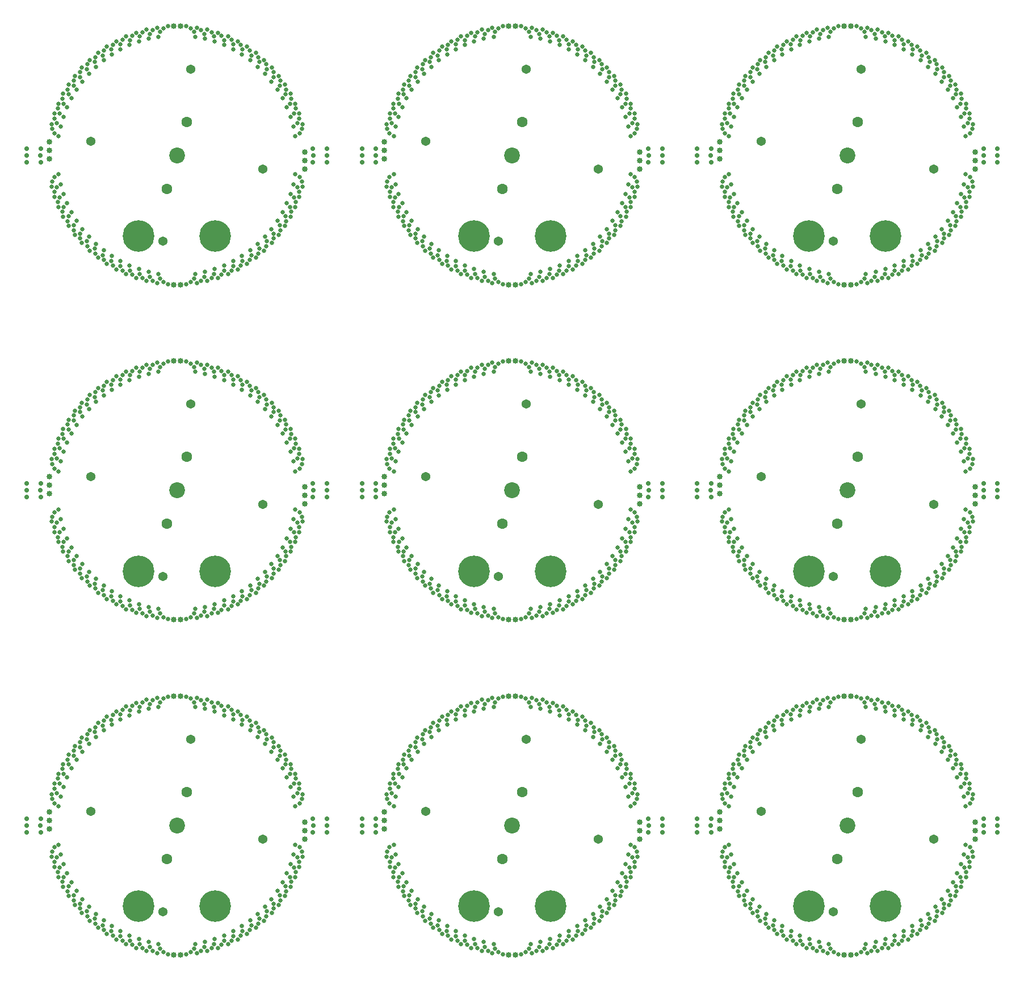
<source format=gbs>
G75*
%MOIN*%
%OFA0B0*%
%FSLAX24Y24*%
%IPPOS*%
%LPD*%
%AMOC8*
5,1,8,0,0,1.08239X$1,22.5*
%
%ADD10C,0.0540*%
%ADD11C,0.1860*%
%ADD12C,0.0276*%
%ADD13C,0.0250*%
%ADD14C,0.0930*%
%ADD15C,0.0631*%
%ADD16C,0.0335*%
D10*
X009340Y005092D03*
X015208Y009340D03*
X010960Y015208D03*
X005092Y010960D03*
X009340Y024777D03*
X015208Y029025D03*
X010960Y034893D03*
X005092Y030645D03*
X009340Y044462D03*
X015208Y048710D03*
X010960Y054578D03*
X005092Y050330D03*
X024777Y050330D03*
X029025Y044462D03*
X034893Y048710D03*
X030645Y054578D03*
X044462Y050330D03*
X048710Y044462D03*
X054578Y048710D03*
X050330Y054578D03*
X050330Y034893D03*
X044462Y030645D03*
X048710Y024777D03*
X054578Y029025D03*
X050330Y015208D03*
X044462Y010960D03*
X048710Y005092D03*
X054578Y009340D03*
X034893Y009340D03*
X030645Y015208D03*
X024777Y010960D03*
X029025Y005092D03*
X029025Y024777D03*
X034893Y029025D03*
X030645Y034893D03*
X024777Y030645D03*
D11*
X027585Y025085D03*
X032085Y025085D03*
X047270Y025085D03*
X051770Y025085D03*
X051770Y005400D03*
X047270Y005400D03*
X032085Y005400D03*
X027585Y005400D03*
X012400Y005400D03*
X007900Y005400D03*
X007900Y025085D03*
X012400Y025085D03*
X012400Y044770D03*
X007900Y044770D03*
X027585Y044770D03*
X032085Y044770D03*
X047270Y044770D03*
X051770Y044770D03*
D12*
X057512Y049126D03*
X057532Y049520D03*
X057512Y049914D03*
X058339Y049914D03*
X058339Y049520D03*
X058339Y049126D03*
X041528Y049126D03*
X041508Y049520D03*
X041528Y049914D03*
X040701Y049914D03*
X040701Y049520D03*
X040701Y049126D03*
X038654Y049126D03*
X038654Y049520D03*
X038654Y049914D03*
X037827Y049914D03*
X037847Y049520D03*
X037827Y049126D03*
X021843Y049126D03*
X021823Y049520D03*
X021843Y049914D03*
X021016Y049914D03*
X021016Y049520D03*
X021016Y049126D03*
X018969Y049126D03*
X018969Y049520D03*
X018969Y049914D03*
X018142Y049914D03*
X018162Y049520D03*
X018142Y049126D03*
X002158Y049126D03*
X002138Y049520D03*
X002158Y049914D03*
X001331Y049914D03*
X001331Y049520D03*
X001331Y049126D03*
X001331Y030229D03*
X001331Y029835D03*
X001331Y029441D03*
X002158Y029441D03*
X002138Y029835D03*
X002158Y030229D03*
X018142Y030229D03*
X018162Y029835D03*
X018142Y029441D03*
X018969Y029441D03*
X018969Y029835D03*
X018969Y030229D03*
X021016Y030229D03*
X021016Y029835D03*
X021016Y029441D03*
X021843Y029441D03*
X021823Y029835D03*
X021843Y030229D03*
X037827Y030229D03*
X037847Y029835D03*
X037827Y029441D03*
X038654Y029441D03*
X038654Y029835D03*
X038654Y030229D03*
X040701Y030229D03*
X040701Y029835D03*
X040701Y029441D03*
X041528Y029441D03*
X041508Y029835D03*
X041528Y030229D03*
X057512Y030229D03*
X057532Y029835D03*
X057512Y029441D03*
X058339Y029441D03*
X058339Y029835D03*
X058339Y030229D03*
X058339Y010544D03*
X058339Y010150D03*
X058339Y009756D03*
X057512Y009756D03*
X057532Y010150D03*
X057512Y010544D03*
X041528Y010544D03*
X041508Y010150D03*
X041528Y009756D03*
X040701Y009756D03*
X040701Y010150D03*
X040701Y010544D03*
X038654Y010544D03*
X038654Y010150D03*
X038654Y009756D03*
X037827Y009756D03*
X037847Y010150D03*
X037827Y010544D03*
X021843Y010544D03*
X021823Y010150D03*
X021843Y009756D03*
X021016Y009756D03*
X021016Y010150D03*
X021016Y010544D03*
X018969Y010544D03*
X018969Y010150D03*
X018969Y009756D03*
X018142Y009756D03*
X018162Y010150D03*
X018142Y010544D03*
X002158Y010544D03*
X002138Y010150D03*
X002158Y009756D03*
X001331Y009756D03*
X001331Y010150D03*
X001331Y010544D03*
D13*
X004575Y004994D03*
X004467Y005262D03*
X004467Y005555D03*
X004598Y005815D03*
X004078Y005755D03*
X004163Y005478D03*
X004102Y006046D03*
X004254Y006295D03*
X003731Y006279D03*
X003793Y005996D03*
X003780Y006567D03*
X003953Y006802D03*
X003430Y006829D03*
X003468Y006542D03*
X003503Y007112D03*
X003694Y007332D03*
X003175Y007403D03*
X003190Y007114D03*
X003272Y007679D03*
X003481Y007882D03*
X002970Y007996D03*
X002960Y007707D03*
X003089Y008263D03*
X003315Y008448D03*
X002815Y008605D03*
X002781Y008317D03*
X002956Y008861D03*
X003196Y009026D03*
X003196Y011274D03*
X002956Y011439D03*
X002815Y011695D03*
X002781Y011983D03*
X003089Y012037D03*
X003315Y011852D03*
X002970Y012304D03*
X002960Y012593D03*
X003272Y012621D03*
X003481Y012418D03*
X003175Y012897D03*
X003190Y013186D03*
X003503Y013188D03*
X003694Y012968D03*
X003430Y013471D03*
X003468Y013758D03*
X003780Y013733D03*
X003953Y013498D03*
X003731Y014021D03*
X003793Y014304D03*
X004102Y014254D03*
X004254Y014005D03*
X004078Y014545D03*
X004163Y014822D03*
X004467Y014745D03*
X004598Y014485D03*
X004467Y015038D03*
X004575Y015306D03*
X004871Y015205D03*
X004980Y014934D03*
X004896Y015496D03*
X005026Y015755D03*
X005313Y015629D03*
X005398Y015350D03*
X005361Y015917D03*
X005513Y016164D03*
X005788Y016014D03*
X005850Y015730D03*
X005861Y016298D03*
X006033Y016531D03*
X006294Y016359D03*
X006332Y016070D03*
X006390Y016635D03*
X006581Y016853D03*
X006827Y016660D03*
X006841Y016369D03*
X006946Y016927D03*
X007154Y017128D03*
X007384Y016915D03*
X007373Y016624D03*
X007524Y017171D03*
X007749Y017354D03*
X007960Y017123D03*
X008121Y017366D03*
X008360Y017530D03*
X008551Y017281D03*
X008491Y016996D03*
X008732Y017511D03*
X008984Y017654D03*
X009153Y017390D03*
X009070Y017111D03*
X009353Y017603D03*
X009616Y017725D03*
X010684Y017725D03*
X010947Y017603D03*
X011147Y017390D03*
X011230Y017111D03*
X011568Y017511D03*
X011316Y017654D03*
X011749Y017281D03*
X011809Y016996D03*
X012179Y017366D03*
X011940Y017530D03*
X012340Y017123D03*
X012376Y016833D03*
X012776Y017171D03*
X012551Y017354D03*
X012916Y016915D03*
X012927Y016624D03*
X013354Y016927D03*
X013146Y017128D03*
X013473Y016660D03*
X013459Y016369D03*
X013910Y016635D03*
X013719Y016853D03*
X014006Y016359D03*
X013968Y016070D03*
X014439Y016298D03*
X014267Y016531D03*
X014512Y016014D03*
X014450Y015730D03*
X014939Y015917D03*
X014787Y016164D03*
X014987Y015629D03*
X014902Y015350D03*
X015404Y015496D03*
X015274Y015755D03*
X015429Y015205D03*
X015320Y014934D03*
X015833Y015038D03*
X015725Y015306D03*
X015833Y014745D03*
X015702Y014485D03*
X016222Y014545D03*
X016137Y014822D03*
X016198Y014254D03*
X016045Y014005D03*
X016569Y014021D03*
X016507Y014304D03*
X016520Y013733D03*
X016347Y013498D03*
X016870Y013471D03*
X016832Y013758D03*
X016797Y013188D03*
X016606Y012968D03*
X017125Y012897D03*
X017110Y013186D03*
X017028Y012621D03*
X016819Y012418D03*
X017330Y012304D03*
X017340Y012593D03*
X017211Y012037D03*
X016985Y011852D03*
X017485Y011695D03*
X017519Y011983D03*
X017344Y011439D03*
X017104Y011274D03*
X017104Y009026D03*
X017344Y008861D03*
X017485Y008605D03*
X017519Y008317D03*
X017211Y008263D03*
X016985Y008448D03*
X017330Y007996D03*
X017340Y007707D03*
X017028Y007679D03*
X016819Y007882D03*
X017125Y007403D03*
X017110Y007114D03*
X016797Y007112D03*
X016606Y007332D03*
X016870Y006829D03*
X016832Y006542D03*
X016520Y006567D03*
X016347Y006802D03*
X016569Y006279D03*
X016507Y005996D03*
X016198Y006046D03*
X016045Y006295D03*
X016222Y005755D03*
X016137Y005478D03*
X015833Y005555D03*
X015702Y005815D03*
X015833Y005262D03*
X015725Y004994D03*
X015429Y005095D03*
X015320Y005366D03*
X015404Y004804D03*
X015274Y004545D03*
X014987Y004671D03*
X014902Y004950D03*
X014939Y004383D03*
X014787Y004136D03*
X014512Y004286D03*
X014450Y004570D03*
X014439Y004002D03*
X014267Y003769D03*
X014006Y003941D03*
X013968Y004230D03*
X013910Y003665D03*
X013719Y003447D03*
X013473Y003640D03*
X013459Y003931D03*
X013354Y003373D03*
X013146Y003172D03*
X012916Y003385D03*
X012927Y003676D03*
X012776Y003129D03*
X012551Y002946D03*
X012340Y003177D03*
X012179Y002934D03*
X011940Y002770D03*
X011749Y003019D03*
X011809Y003304D03*
X011568Y002789D03*
X011316Y002646D03*
X011147Y002910D03*
X011230Y003189D03*
X010947Y002697D03*
X010684Y002575D03*
X009616Y002575D03*
X009353Y002697D03*
X009153Y002910D03*
X009070Y003189D03*
X008732Y002789D03*
X008984Y002646D03*
X008551Y003019D03*
X008491Y003304D03*
X008121Y002934D03*
X008360Y002770D03*
X007960Y003177D03*
X007924Y003467D03*
X007524Y003129D03*
X007749Y002946D03*
X007384Y003385D03*
X007373Y003676D03*
X006946Y003373D03*
X007154Y003172D03*
X006827Y003640D03*
X006841Y003931D03*
X006390Y003665D03*
X006581Y003447D03*
X006294Y003941D03*
X006332Y004230D03*
X005861Y004002D03*
X006033Y003769D03*
X005788Y004286D03*
X005850Y004570D03*
X005361Y004383D03*
X005513Y004136D03*
X005313Y004671D03*
X005398Y004950D03*
X004896Y004804D03*
X005026Y004545D03*
X004871Y005095D03*
X004980Y005366D03*
X012376Y003467D03*
X022645Y007707D03*
X022655Y007996D03*
X022774Y008263D03*
X023000Y008448D03*
X022500Y008605D03*
X022466Y008317D03*
X022641Y008861D03*
X022881Y009026D03*
X023166Y007882D03*
X022957Y007679D03*
X022860Y007403D03*
X022875Y007114D03*
X023188Y007112D03*
X023379Y007332D03*
X023115Y006829D03*
X023153Y006542D03*
X023465Y006567D03*
X023638Y006802D03*
X023416Y006279D03*
X023478Y005996D03*
X023787Y006046D03*
X023940Y006295D03*
X023763Y005755D03*
X023848Y005478D03*
X024152Y005555D03*
X024283Y005815D03*
X024152Y005262D03*
X024260Y004994D03*
X024556Y005095D03*
X024665Y005366D03*
X024581Y004804D03*
X024711Y004545D03*
X024998Y004671D03*
X025084Y004950D03*
X025046Y004383D03*
X025198Y004136D03*
X025473Y004286D03*
X025535Y004570D03*
X025546Y004002D03*
X025718Y003769D03*
X025979Y003941D03*
X026017Y004230D03*
X026075Y003665D03*
X026266Y003447D03*
X026512Y003640D03*
X026526Y003931D03*
X026631Y003373D03*
X026839Y003172D03*
X027069Y003385D03*
X027058Y003676D03*
X027209Y003129D03*
X027434Y002946D03*
X027645Y003177D03*
X027806Y002934D03*
X028045Y002770D03*
X028236Y003019D03*
X028177Y003304D03*
X028417Y002789D03*
X028669Y002646D03*
X028838Y002910D03*
X028755Y003189D03*
X029038Y002697D03*
X029301Y002575D03*
X030369Y002575D03*
X030632Y002697D03*
X030832Y002910D03*
X030915Y003189D03*
X031253Y002789D03*
X031001Y002646D03*
X031434Y003019D03*
X031494Y003304D03*
X031864Y002934D03*
X031625Y002770D03*
X032025Y003177D03*
X032061Y003467D03*
X032461Y003129D03*
X032236Y002946D03*
X032601Y003385D03*
X032612Y003676D03*
X033039Y003373D03*
X032831Y003172D03*
X033158Y003640D03*
X033144Y003931D03*
X033595Y003665D03*
X033404Y003447D03*
X033691Y003941D03*
X033653Y004230D03*
X034124Y004002D03*
X033952Y003769D03*
X034197Y004286D03*
X034135Y004570D03*
X034624Y004383D03*
X034472Y004136D03*
X034672Y004671D03*
X034587Y004950D03*
X035089Y004804D03*
X034959Y004545D03*
X035114Y005095D03*
X035005Y005366D03*
X035518Y005262D03*
X035410Y004994D03*
X035518Y005555D03*
X035387Y005815D03*
X035907Y005755D03*
X035822Y005478D03*
X035883Y006046D03*
X035731Y006295D03*
X036254Y006279D03*
X036192Y005996D03*
X036205Y006567D03*
X036032Y006802D03*
X036555Y006829D03*
X036517Y006542D03*
X036482Y007112D03*
X036291Y007332D03*
X036810Y007403D03*
X036795Y007114D03*
X036713Y007679D03*
X036504Y007882D03*
X037015Y007996D03*
X037025Y007707D03*
X036896Y008263D03*
X036670Y008448D03*
X037170Y008605D03*
X037204Y008317D03*
X037029Y008861D03*
X036789Y009026D03*
X036789Y011274D03*
X037029Y011439D03*
X037170Y011695D03*
X037204Y011983D03*
X036896Y012037D03*
X036670Y011852D03*
X037015Y012304D03*
X037025Y012593D03*
X036713Y012621D03*
X036504Y012418D03*
X036810Y012897D03*
X036795Y013186D03*
X036482Y013188D03*
X036291Y012968D03*
X036555Y013471D03*
X036517Y013758D03*
X036205Y013733D03*
X036032Y013498D03*
X036254Y014021D03*
X036192Y014304D03*
X035883Y014254D03*
X035731Y014005D03*
X035907Y014545D03*
X035822Y014822D03*
X035518Y014745D03*
X035387Y014485D03*
X035518Y015038D03*
X035410Y015306D03*
X035114Y015205D03*
X035005Y014934D03*
X035089Y015496D03*
X034959Y015755D03*
X034672Y015629D03*
X034587Y015350D03*
X034624Y015917D03*
X034472Y016164D03*
X034197Y016014D03*
X034135Y015730D03*
X034124Y016298D03*
X033952Y016531D03*
X033691Y016359D03*
X033653Y016070D03*
X033595Y016635D03*
X033404Y016853D03*
X033158Y016660D03*
X033144Y016369D03*
X033039Y016927D03*
X032831Y017128D03*
X032601Y016915D03*
X032612Y016624D03*
X032461Y017171D03*
X032236Y017354D03*
X032025Y017123D03*
X031864Y017366D03*
X031625Y017530D03*
X031434Y017281D03*
X031494Y016996D03*
X031253Y017511D03*
X031001Y017654D03*
X030832Y017390D03*
X030915Y017111D03*
X030632Y017603D03*
X030369Y017725D03*
X029301Y017725D03*
X029038Y017603D03*
X028838Y017390D03*
X028755Y017111D03*
X028417Y017511D03*
X028669Y017654D03*
X028236Y017281D03*
X028177Y016996D03*
X027806Y017366D03*
X028045Y017530D03*
X027645Y017123D03*
X027609Y016833D03*
X027209Y017171D03*
X027434Y017354D03*
X027069Y016915D03*
X027058Y016624D03*
X026631Y016927D03*
X026839Y017128D03*
X026512Y016660D03*
X026526Y016369D03*
X026075Y016635D03*
X026266Y016853D03*
X025979Y016359D03*
X026017Y016070D03*
X025546Y016298D03*
X025718Y016531D03*
X025473Y016014D03*
X025535Y015730D03*
X025046Y015917D03*
X025198Y016164D03*
X024998Y015629D03*
X025084Y015350D03*
X024581Y015496D03*
X024711Y015755D03*
X024556Y015205D03*
X024665Y014934D03*
X024152Y015038D03*
X024260Y015306D03*
X024152Y014745D03*
X024283Y014485D03*
X023763Y014545D03*
X023848Y014822D03*
X023787Y014254D03*
X023940Y014005D03*
X023416Y014021D03*
X023478Y014304D03*
X023465Y013733D03*
X023638Y013498D03*
X023115Y013471D03*
X023153Y013758D03*
X023188Y013188D03*
X023379Y012968D03*
X022860Y012897D03*
X022875Y013186D03*
X022957Y012621D03*
X023166Y012418D03*
X022655Y012304D03*
X022645Y012593D03*
X022774Y012037D03*
X023000Y011852D03*
X022500Y011695D03*
X022466Y011983D03*
X022641Y011439D03*
X022881Y011274D03*
X027609Y003467D03*
X032061Y016833D03*
X031001Y022331D03*
X031253Y022474D03*
X031434Y022704D03*
X031494Y022989D03*
X031864Y022619D03*
X031625Y022455D03*
X032025Y022862D03*
X032061Y023152D03*
X032461Y022814D03*
X032236Y022631D03*
X032601Y023070D03*
X032612Y023361D03*
X033039Y023058D03*
X032831Y022857D03*
X033158Y023325D03*
X033144Y023616D03*
X033595Y023350D03*
X033404Y023132D03*
X033691Y023626D03*
X033653Y023915D03*
X034124Y023687D03*
X033952Y023455D03*
X034197Y023971D03*
X034135Y024255D03*
X034624Y024068D03*
X034472Y023821D03*
X034672Y024356D03*
X034587Y024635D03*
X035089Y024489D03*
X034959Y024231D03*
X035114Y024780D03*
X035005Y025051D03*
X035518Y024947D03*
X035410Y024679D03*
X035518Y025240D03*
X035387Y025500D03*
X035907Y025440D03*
X035822Y025163D03*
X035883Y025731D03*
X035731Y025980D03*
X036254Y025964D03*
X036192Y025681D03*
X036205Y026252D03*
X036032Y026487D03*
X036555Y026514D03*
X036517Y026227D03*
X036482Y026797D03*
X036291Y027017D03*
X036810Y027088D03*
X036795Y026799D03*
X036713Y027364D03*
X036504Y027567D03*
X037015Y027681D03*
X037025Y027392D03*
X036896Y027948D03*
X036670Y028133D03*
X037170Y028290D03*
X037204Y028002D03*
X037029Y028546D03*
X036789Y028711D03*
X036789Y030959D03*
X037029Y031124D03*
X037170Y031380D03*
X037204Y031668D03*
X036896Y031722D03*
X036670Y031537D03*
X037015Y031989D03*
X037025Y032278D03*
X036713Y032306D03*
X036504Y032103D03*
X036810Y032582D03*
X036795Y032871D03*
X036482Y032873D03*
X036291Y032653D03*
X036555Y033156D03*
X036517Y033443D03*
X036205Y033418D03*
X036032Y033183D03*
X036254Y033707D03*
X036192Y033989D03*
X035883Y033939D03*
X035731Y033690D03*
X035907Y034230D03*
X035822Y034507D03*
X035518Y034430D03*
X035387Y034170D03*
X035518Y034723D03*
X035410Y034991D03*
X035114Y034890D03*
X035005Y034619D03*
X035089Y035181D03*
X034959Y035440D03*
X034672Y035314D03*
X034587Y035035D03*
X034624Y035602D03*
X034472Y035849D03*
X034197Y035699D03*
X034135Y035415D03*
X034124Y035983D03*
X033952Y036216D03*
X033691Y036044D03*
X033653Y035755D03*
X033595Y036320D03*
X033404Y036538D03*
X033158Y036345D03*
X033144Y036054D03*
X033039Y036612D03*
X032831Y036813D03*
X032601Y036600D03*
X032612Y036309D03*
X032461Y036856D03*
X032236Y037039D03*
X032025Y036808D03*
X031864Y037051D03*
X031625Y037215D03*
X031434Y036966D03*
X031494Y036681D03*
X031253Y037196D03*
X031001Y037339D03*
X030832Y037075D03*
X030915Y036796D03*
X030632Y037289D03*
X030369Y037410D03*
X029301Y037410D03*
X029038Y037289D03*
X028838Y037075D03*
X028755Y036796D03*
X028417Y037196D03*
X028669Y037339D03*
X028236Y036966D03*
X028177Y036681D03*
X027806Y037051D03*
X028045Y037215D03*
X027645Y036808D03*
X027609Y036518D03*
X027209Y036856D03*
X027434Y037039D03*
X027069Y036600D03*
X027058Y036309D03*
X026631Y036612D03*
X026839Y036813D03*
X026512Y036345D03*
X026526Y036054D03*
X026075Y036320D03*
X026266Y036538D03*
X025979Y036044D03*
X026017Y035755D03*
X025546Y035983D03*
X025718Y036216D03*
X025473Y035699D03*
X025535Y035415D03*
X025046Y035602D03*
X025198Y035849D03*
X024998Y035314D03*
X025084Y035035D03*
X024581Y035181D03*
X024711Y035440D03*
X024556Y034890D03*
X024665Y034619D03*
X024152Y034723D03*
X024260Y034991D03*
X024152Y034430D03*
X024283Y034170D03*
X023763Y034230D03*
X023848Y034507D03*
X023787Y033939D03*
X023940Y033690D03*
X023416Y033707D03*
X023478Y033989D03*
X023465Y033418D03*
X023638Y033183D03*
X023115Y033156D03*
X023153Y033443D03*
X023188Y032873D03*
X023379Y032653D03*
X022860Y032582D03*
X022875Y032871D03*
X022957Y032306D03*
X023166Y032103D03*
X022655Y031989D03*
X022645Y032278D03*
X022774Y031722D03*
X023000Y031537D03*
X022500Y031380D03*
X022466Y031668D03*
X022641Y031124D03*
X022881Y030959D03*
X022881Y028711D03*
X022641Y028546D03*
X022500Y028290D03*
X022466Y028002D03*
X022774Y027948D03*
X023000Y028133D03*
X022655Y027681D03*
X022645Y027392D03*
X022957Y027364D03*
X023166Y027567D03*
X022860Y027088D03*
X022875Y026799D03*
X023188Y026797D03*
X023379Y027017D03*
X023115Y026514D03*
X023153Y026227D03*
X023465Y026252D03*
X023638Y026487D03*
X023416Y025964D03*
X023478Y025681D03*
X023787Y025731D03*
X023940Y025980D03*
X023763Y025440D03*
X023848Y025163D03*
X024152Y025240D03*
X024283Y025500D03*
X024152Y024947D03*
X024260Y024679D03*
X024556Y024780D03*
X024665Y025051D03*
X024581Y024489D03*
X024711Y024231D03*
X024998Y024356D03*
X025084Y024635D03*
X025046Y024068D03*
X025198Y023821D03*
X025473Y023971D03*
X025535Y024255D03*
X025546Y023687D03*
X025718Y023455D03*
X025979Y023626D03*
X026017Y023915D03*
X026075Y023350D03*
X026266Y023132D03*
X026512Y023325D03*
X026526Y023616D03*
X026631Y023058D03*
X026839Y022857D03*
X027069Y023070D03*
X027058Y023361D03*
X027209Y022814D03*
X027434Y022631D03*
X027645Y022862D03*
X027806Y022619D03*
X028045Y022455D03*
X028236Y022704D03*
X028177Y022989D03*
X028417Y022474D03*
X028669Y022331D03*
X028838Y022595D03*
X028755Y022874D03*
X029038Y022382D03*
X029301Y022260D03*
X030369Y022260D03*
X030632Y022382D03*
X030832Y022595D03*
X030915Y022874D03*
X027609Y023152D03*
X017340Y027392D03*
X017330Y027681D03*
X017211Y027948D03*
X016985Y028133D03*
X017485Y028290D03*
X017519Y028002D03*
X017344Y028546D03*
X017104Y028711D03*
X016819Y027567D03*
X017028Y027364D03*
X017125Y027088D03*
X017110Y026799D03*
X016797Y026797D03*
X016606Y027017D03*
X016870Y026514D03*
X016832Y026227D03*
X016520Y026252D03*
X016347Y026487D03*
X016569Y025964D03*
X016507Y025681D03*
X016198Y025731D03*
X016045Y025980D03*
X016222Y025440D03*
X016137Y025163D03*
X015833Y025240D03*
X015702Y025500D03*
X015833Y024947D03*
X015725Y024679D03*
X015429Y024780D03*
X015320Y025051D03*
X015404Y024489D03*
X015274Y024231D03*
X014987Y024356D03*
X014902Y024635D03*
X014939Y024068D03*
X014787Y023821D03*
X014512Y023971D03*
X014450Y024255D03*
X014439Y023687D03*
X014267Y023455D03*
X014006Y023626D03*
X013968Y023915D03*
X013910Y023350D03*
X013719Y023132D03*
X013473Y023325D03*
X013459Y023616D03*
X013354Y023058D03*
X013146Y022857D03*
X012916Y023070D03*
X012927Y023361D03*
X012776Y022814D03*
X012551Y022631D03*
X012340Y022862D03*
X012179Y022619D03*
X011940Y022455D03*
X011749Y022704D03*
X011809Y022989D03*
X011568Y022474D03*
X011316Y022331D03*
X011147Y022595D03*
X011230Y022874D03*
X010947Y022382D03*
X010684Y022260D03*
X009616Y022260D03*
X009353Y022382D03*
X009153Y022595D03*
X009070Y022874D03*
X008732Y022474D03*
X008984Y022331D03*
X008551Y022704D03*
X008491Y022989D03*
X008121Y022619D03*
X008360Y022455D03*
X007960Y022862D03*
X007924Y023152D03*
X007524Y022814D03*
X007749Y022631D03*
X007384Y023070D03*
X007373Y023361D03*
X006946Y023058D03*
X007154Y022857D03*
X006827Y023325D03*
X006841Y023616D03*
X006390Y023350D03*
X006581Y023132D03*
X006294Y023626D03*
X006332Y023915D03*
X005861Y023687D03*
X006033Y023455D03*
X005788Y023971D03*
X005850Y024255D03*
X005361Y024068D03*
X005513Y023821D03*
X005313Y024356D03*
X005398Y024635D03*
X004896Y024489D03*
X005026Y024231D03*
X004871Y024780D03*
X004980Y025051D03*
X004467Y024947D03*
X004575Y024679D03*
X004467Y025240D03*
X004598Y025500D03*
X004078Y025440D03*
X004163Y025163D03*
X004102Y025731D03*
X004254Y025980D03*
X003731Y025964D03*
X003793Y025681D03*
X003780Y026252D03*
X003953Y026487D03*
X003430Y026514D03*
X003468Y026227D03*
X003503Y026797D03*
X003694Y027017D03*
X003175Y027088D03*
X003190Y026799D03*
X003272Y027364D03*
X003481Y027567D03*
X002970Y027681D03*
X002960Y027392D03*
X003089Y027948D03*
X003315Y028133D03*
X002815Y028290D03*
X002781Y028002D03*
X002956Y028546D03*
X003196Y028711D03*
X003196Y030959D03*
X002956Y031124D03*
X002815Y031380D03*
X002781Y031668D03*
X003089Y031722D03*
X003315Y031537D03*
X002970Y031989D03*
X002960Y032278D03*
X003272Y032306D03*
X003481Y032103D03*
X003175Y032582D03*
X003190Y032871D03*
X003503Y032873D03*
X003694Y032653D03*
X003430Y033156D03*
X003468Y033443D03*
X003780Y033418D03*
X003953Y033183D03*
X003731Y033707D03*
X003793Y033989D03*
X004102Y033939D03*
X004254Y033690D03*
X004078Y034230D03*
X004163Y034507D03*
X004467Y034430D03*
X004598Y034170D03*
X004467Y034723D03*
X004575Y034991D03*
X004871Y034890D03*
X004980Y034619D03*
X004896Y035181D03*
X005026Y035440D03*
X005313Y035314D03*
X005398Y035035D03*
X005361Y035602D03*
X005513Y035849D03*
X005788Y035699D03*
X005850Y035415D03*
X005861Y035983D03*
X006033Y036216D03*
X006294Y036044D03*
X006332Y035755D03*
X006390Y036320D03*
X006581Y036538D03*
X006827Y036345D03*
X006841Y036054D03*
X006946Y036612D03*
X007154Y036813D03*
X007384Y036600D03*
X007373Y036309D03*
X007524Y036856D03*
X007749Y037039D03*
X007960Y036808D03*
X008121Y037051D03*
X008360Y037215D03*
X008551Y036966D03*
X008491Y036681D03*
X008732Y037196D03*
X008984Y037339D03*
X009153Y037075D03*
X009070Y036796D03*
X009353Y037289D03*
X009616Y037410D03*
X010684Y037410D03*
X010947Y037289D03*
X011147Y037075D03*
X011230Y036796D03*
X011568Y037196D03*
X011316Y037339D03*
X011749Y036966D03*
X011809Y036681D03*
X012179Y037051D03*
X011940Y037215D03*
X012340Y036808D03*
X012376Y036518D03*
X012776Y036856D03*
X012551Y037039D03*
X012916Y036600D03*
X012927Y036309D03*
X013354Y036612D03*
X013146Y036813D03*
X013473Y036345D03*
X013459Y036054D03*
X013910Y036320D03*
X013719Y036538D03*
X014006Y036044D03*
X013968Y035755D03*
X014439Y035983D03*
X014267Y036216D03*
X014512Y035699D03*
X014450Y035415D03*
X014939Y035602D03*
X014787Y035849D03*
X014987Y035314D03*
X014902Y035035D03*
X015404Y035181D03*
X015274Y035440D03*
X015429Y034890D03*
X015320Y034619D03*
X015833Y034723D03*
X015725Y034991D03*
X015833Y034430D03*
X015702Y034170D03*
X016222Y034230D03*
X016137Y034507D03*
X016198Y033939D03*
X016045Y033690D03*
X016569Y033707D03*
X016507Y033989D03*
X016520Y033418D03*
X016347Y033183D03*
X016870Y033156D03*
X016832Y033443D03*
X016797Y032873D03*
X016606Y032653D03*
X017125Y032582D03*
X017110Y032871D03*
X017028Y032306D03*
X016819Y032103D03*
X017330Y031989D03*
X017340Y032278D03*
X017211Y031722D03*
X016985Y031537D03*
X017485Y031380D03*
X017519Y031668D03*
X017344Y031124D03*
X017104Y030959D03*
X012376Y023152D03*
X007924Y016833D03*
X007924Y036518D03*
X008984Y042017D03*
X008732Y042159D03*
X008551Y042389D03*
X008491Y042674D03*
X008121Y042304D03*
X008360Y042140D03*
X007960Y042548D03*
X007924Y042837D03*
X007524Y042499D03*
X007749Y042316D03*
X007384Y042755D03*
X007373Y043046D03*
X006946Y042743D03*
X007154Y042542D03*
X006827Y043010D03*
X006841Y043302D03*
X006390Y043035D03*
X006581Y042817D03*
X006294Y043311D03*
X006332Y043600D03*
X005861Y043373D03*
X006033Y043140D03*
X005788Y043656D03*
X005850Y043940D03*
X005361Y043753D03*
X005513Y043506D03*
X005313Y044041D03*
X005398Y044320D03*
X004896Y044174D03*
X005026Y043916D03*
X004871Y044465D03*
X004980Y044736D03*
X004467Y044632D03*
X004575Y044364D03*
X004467Y044925D03*
X004598Y045185D03*
X004078Y045125D03*
X004163Y044849D03*
X004102Y045416D03*
X004254Y045665D03*
X003731Y045649D03*
X003793Y045366D03*
X003780Y045937D03*
X003953Y046172D03*
X003430Y046199D03*
X003468Y045912D03*
X003503Y046482D03*
X003694Y046702D03*
X003175Y046773D03*
X003190Y046484D03*
X003272Y047049D03*
X003481Y047252D03*
X002970Y047367D03*
X002960Y047077D03*
X003089Y047633D03*
X003315Y047818D03*
X002815Y047975D03*
X002781Y047687D03*
X002956Y048231D03*
X003196Y048396D03*
X003196Y050644D03*
X002956Y050809D03*
X002815Y051065D03*
X002781Y051353D03*
X003089Y051407D03*
X003315Y051222D03*
X002970Y051674D03*
X002960Y051963D03*
X003272Y051991D03*
X003481Y051788D03*
X003175Y052267D03*
X003190Y052556D03*
X003503Y052558D03*
X003694Y052338D03*
X003430Y052841D03*
X003468Y053128D03*
X003780Y053103D03*
X003953Y052868D03*
X003731Y053392D03*
X003793Y053674D03*
X004102Y053624D03*
X004254Y053375D03*
X004078Y053915D03*
X004163Y054192D03*
X004467Y054115D03*
X004598Y053855D03*
X004467Y054408D03*
X004575Y054676D03*
X004871Y054575D03*
X004980Y054305D03*
X004896Y054866D03*
X005026Y055125D03*
X005313Y054999D03*
X005398Y054720D03*
X005361Y055287D03*
X005513Y055534D03*
X005788Y055384D03*
X005850Y055100D03*
X005861Y055668D03*
X006033Y055901D03*
X006294Y055729D03*
X006332Y055440D03*
X006390Y056005D03*
X006581Y056223D03*
X006827Y056030D03*
X006841Y055739D03*
X006946Y056297D03*
X007154Y056498D03*
X007384Y056285D03*
X007373Y055994D03*
X007524Y056541D03*
X007749Y056724D03*
X007960Y056493D03*
X008121Y056736D03*
X008360Y056900D03*
X008551Y056651D03*
X008491Y056366D03*
X008732Y056881D03*
X008984Y057024D03*
X009153Y056760D03*
X009070Y056481D03*
X009353Y056974D03*
X009616Y057095D03*
X010684Y057095D03*
X010947Y056974D03*
X011147Y056760D03*
X011230Y056481D03*
X011568Y056881D03*
X011316Y057024D03*
X011749Y056651D03*
X011809Y056366D03*
X012179Y056736D03*
X011940Y056900D03*
X012340Y056493D03*
X012376Y056203D03*
X012776Y056541D03*
X012551Y056724D03*
X012916Y056285D03*
X012927Y055994D03*
X013354Y056297D03*
X013146Y056498D03*
X013473Y056030D03*
X013459Y055739D03*
X013910Y056005D03*
X013719Y056223D03*
X014006Y055729D03*
X013968Y055440D03*
X014439Y055668D03*
X014267Y055901D03*
X014512Y055384D03*
X014450Y055100D03*
X014939Y055287D03*
X014787Y055534D03*
X014987Y054999D03*
X014902Y054720D03*
X015404Y054866D03*
X015274Y055125D03*
X015429Y054575D03*
X015320Y054305D03*
X015833Y054408D03*
X015725Y054676D03*
X015833Y054115D03*
X015702Y053855D03*
X016222Y053915D03*
X016137Y054192D03*
X016198Y053624D03*
X016045Y053375D03*
X016569Y053392D03*
X016507Y053674D03*
X016520Y053103D03*
X016347Y052868D03*
X016870Y052841D03*
X016832Y053128D03*
X016797Y052558D03*
X016606Y052338D03*
X017125Y052267D03*
X017110Y052556D03*
X017028Y051991D03*
X016819Y051788D03*
X017330Y051674D03*
X017340Y051963D03*
X017211Y051407D03*
X016985Y051222D03*
X017485Y051065D03*
X017519Y051353D03*
X017344Y050809D03*
X017104Y050644D03*
X017104Y048396D03*
X017344Y048231D03*
X017485Y047975D03*
X017519Y047687D03*
X017211Y047633D03*
X016985Y047818D03*
X017330Y047367D03*
X017340Y047077D03*
X017028Y047049D03*
X016819Y047252D03*
X017125Y046773D03*
X017110Y046484D03*
X016797Y046482D03*
X016606Y046702D03*
X016870Y046199D03*
X016832Y045912D03*
X016520Y045937D03*
X016347Y046172D03*
X016569Y045649D03*
X016507Y045366D03*
X016198Y045416D03*
X016045Y045665D03*
X016222Y045125D03*
X016137Y044849D03*
X015833Y044925D03*
X015702Y045185D03*
X015833Y044632D03*
X015725Y044364D03*
X015429Y044465D03*
X015320Y044736D03*
X015404Y044174D03*
X015274Y043916D03*
X014987Y044041D03*
X014902Y044320D03*
X014939Y043753D03*
X014787Y043506D03*
X014512Y043656D03*
X014450Y043940D03*
X014439Y043373D03*
X014267Y043140D03*
X014006Y043311D03*
X013968Y043600D03*
X013910Y043035D03*
X013719Y042817D03*
X013473Y043010D03*
X013459Y043302D03*
X013354Y042743D03*
X013146Y042542D03*
X012916Y042755D03*
X012927Y043046D03*
X012776Y042499D03*
X012551Y042316D03*
X012340Y042548D03*
X012376Y042837D03*
X012179Y042304D03*
X011940Y042140D03*
X011749Y042389D03*
X011809Y042674D03*
X011568Y042159D03*
X011316Y042017D03*
X011147Y042280D03*
X011230Y042559D03*
X010947Y042067D03*
X010684Y041945D03*
X009616Y041945D03*
X009353Y042067D03*
X009153Y042280D03*
X009070Y042559D03*
X022645Y047077D03*
X022655Y047367D03*
X022774Y047633D03*
X023000Y047818D03*
X022500Y047975D03*
X022466Y047687D03*
X022641Y048231D03*
X022881Y048396D03*
X023166Y047252D03*
X022957Y047049D03*
X022860Y046773D03*
X022875Y046484D03*
X023188Y046482D03*
X023379Y046702D03*
X023115Y046199D03*
X023153Y045912D03*
X023465Y045937D03*
X023638Y046172D03*
X023416Y045649D03*
X023478Y045366D03*
X023787Y045416D03*
X023940Y045665D03*
X023763Y045125D03*
X023848Y044849D03*
X024152Y044925D03*
X024283Y045185D03*
X024152Y044632D03*
X024260Y044364D03*
X024556Y044465D03*
X024665Y044736D03*
X024581Y044174D03*
X024711Y043916D03*
X024998Y044041D03*
X025084Y044320D03*
X025046Y043753D03*
X025198Y043506D03*
X025473Y043656D03*
X025535Y043940D03*
X025546Y043373D03*
X025718Y043140D03*
X025979Y043311D03*
X026017Y043600D03*
X026075Y043035D03*
X026266Y042817D03*
X026512Y043010D03*
X026526Y043302D03*
X026631Y042743D03*
X026839Y042542D03*
X027069Y042755D03*
X027058Y043046D03*
X027209Y042499D03*
X027434Y042316D03*
X027645Y042548D03*
X027609Y042837D03*
X027806Y042304D03*
X028045Y042140D03*
X028236Y042389D03*
X028177Y042674D03*
X028417Y042159D03*
X028669Y042017D03*
X028838Y042280D03*
X028755Y042559D03*
X029038Y042067D03*
X029301Y041945D03*
X030369Y041945D03*
X030632Y042067D03*
X030832Y042280D03*
X030915Y042559D03*
X031253Y042159D03*
X031001Y042017D03*
X031434Y042389D03*
X031494Y042674D03*
X031864Y042304D03*
X031625Y042140D03*
X032025Y042548D03*
X032061Y042837D03*
X032461Y042499D03*
X032236Y042316D03*
X032601Y042755D03*
X032612Y043046D03*
X033039Y042743D03*
X032831Y042542D03*
X033158Y043010D03*
X033144Y043302D03*
X033595Y043035D03*
X033404Y042817D03*
X033691Y043311D03*
X033653Y043600D03*
X034124Y043373D03*
X033952Y043140D03*
X034197Y043656D03*
X034135Y043940D03*
X034624Y043753D03*
X034472Y043506D03*
X034672Y044041D03*
X034587Y044320D03*
X035089Y044174D03*
X034959Y043916D03*
X035114Y044465D03*
X035005Y044736D03*
X035518Y044632D03*
X035410Y044364D03*
X035518Y044925D03*
X035387Y045185D03*
X035907Y045125D03*
X035822Y044849D03*
X035883Y045416D03*
X035731Y045665D03*
X036254Y045649D03*
X036192Y045366D03*
X036205Y045937D03*
X036032Y046172D03*
X036555Y046199D03*
X036517Y045912D03*
X036482Y046482D03*
X036291Y046702D03*
X036810Y046773D03*
X036795Y046484D03*
X036713Y047049D03*
X036504Y047252D03*
X037015Y047367D03*
X037025Y047077D03*
X036896Y047633D03*
X036670Y047818D03*
X037170Y047975D03*
X037204Y047687D03*
X037029Y048231D03*
X036789Y048396D03*
X036789Y050644D03*
X037029Y050809D03*
X037170Y051065D03*
X037204Y051353D03*
X036896Y051407D03*
X036670Y051222D03*
X037015Y051674D03*
X037025Y051963D03*
X036713Y051991D03*
X036504Y051788D03*
X036810Y052267D03*
X036795Y052556D03*
X036482Y052558D03*
X036291Y052338D03*
X036555Y052841D03*
X036517Y053128D03*
X036205Y053103D03*
X036032Y052868D03*
X036254Y053392D03*
X036192Y053674D03*
X035883Y053624D03*
X035731Y053375D03*
X035907Y053915D03*
X035822Y054192D03*
X035518Y054115D03*
X035387Y053855D03*
X035518Y054408D03*
X035410Y054676D03*
X035114Y054575D03*
X035005Y054305D03*
X035089Y054866D03*
X034959Y055125D03*
X034672Y054999D03*
X034587Y054720D03*
X034624Y055287D03*
X034472Y055534D03*
X034197Y055384D03*
X034135Y055100D03*
X034124Y055668D03*
X033952Y055901D03*
X033691Y055729D03*
X033653Y055440D03*
X033595Y056005D03*
X033404Y056223D03*
X033158Y056030D03*
X033144Y055739D03*
X033039Y056297D03*
X032831Y056498D03*
X032601Y056285D03*
X032612Y055994D03*
X032461Y056541D03*
X032236Y056724D03*
X032025Y056493D03*
X031864Y056736D03*
X031625Y056900D03*
X031434Y056651D03*
X031494Y056366D03*
X031253Y056881D03*
X031001Y057024D03*
X030832Y056760D03*
X030915Y056481D03*
X030632Y056974D03*
X030369Y057095D03*
X029301Y057095D03*
X029038Y056974D03*
X028838Y056760D03*
X028755Y056481D03*
X028417Y056881D03*
X028669Y057024D03*
X028236Y056651D03*
X028177Y056366D03*
X027806Y056736D03*
X028045Y056900D03*
X027645Y056493D03*
X027609Y056203D03*
X027209Y056541D03*
X027434Y056724D03*
X027069Y056285D03*
X027058Y055994D03*
X026631Y056297D03*
X026839Y056498D03*
X026512Y056030D03*
X026526Y055739D03*
X026075Y056005D03*
X026266Y056223D03*
X025979Y055729D03*
X026017Y055440D03*
X025546Y055668D03*
X025718Y055901D03*
X025473Y055384D03*
X025535Y055100D03*
X025046Y055287D03*
X025198Y055534D03*
X024998Y054999D03*
X025084Y054720D03*
X024581Y054866D03*
X024711Y055125D03*
X024556Y054575D03*
X024665Y054305D03*
X024152Y054408D03*
X024260Y054676D03*
X024152Y054115D03*
X024283Y053855D03*
X023763Y053915D03*
X023848Y054192D03*
X023787Y053624D03*
X023940Y053375D03*
X023416Y053392D03*
X023478Y053674D03*
X023465Y053103D03*
X023638Y052868D03*
X023115Y052841D03*
X023153Y053128D03*
X023188Y052558D03*
X023379Y052338D03*
X022860Y052267D03*
X022875Y052556D03*
X022957Y051991D03*
X023166Y051788D03*
X022655Y051674D03*
X022645Y051963D03*
X022774Y051407D03*
X023000Y051222D03*
X022500Y051065D03*
X022466Y051353D03*
X022641Y050809D03*
X022881Y050644D03*
X032061Y056203D03*
X042330Y051963D03*
X042340Y051674D03*
X042459Y051407D03*
X042685Y051222D03*
X042185Y051065D03*
X042151Y051353D03*
X042326Y050809D03*
X042566Y050644D03*
X042851Y051788D03*
X042642Y051991D03*
X042545Y052267D03*
X042560Y052556D03*
X042873Y052558D03*
X043064Y052338D03*
X042800Y052841D03*
X042838Y053128D03*
X043150Y053103D03*
X043323Y052868D03*
X043101Y053392D03*
X043164Y053674D03*
X043472Y053624D03*
X043625Y053375D03*
X043448Y053915D03*
X043533Y054192D03*
X043837Y054115D03*
X043968Y053855D03*
X043837Y054408D03*
X043945Y054676D03*
X044242Y054575D03*
X044350Y054305D03*
X044266Y054866D03*
X044396Y055125D03*
X044683Y054999D03*
X044769Y054720D03*
X044731Y055287D03*
X044883Y055534D03*
X045158Y055384D03*
X045220Y055100D03*
X045231Y055668D03*
X045403Y055901D03*
X045664Y055729D03*
X045702Y055440D03*
X045760Y056005D03*
X045951Y056223D03*
X046197Y056030D03*
X046211Y055739D03*
X046316Y056297D03*
X046524Y056498D03*
X046754Y056285D03*
X046743Y055994D03*
X046894Y056541D03*
X047119Y056724D03*
X047330Y056493D03*
X047294Y056203D03*
X047491Y056736D03*
X047730Y056900D03*
X047921Y056651D03*
X047862Y056366D03*
X048102Y056881D03*
X048354Y057024D03*
X048523Y056760D03*
X048440Y056481D03*
X048723Y056974D03*
X048986Y057095D03*
X050054Y057095D03*
X050317Y056974D03*
X050517Y056760D03*
X050600Y056481D03*
X050938Y056881D03*
X050686Y057024D03*
X051119Y056651D03*
X051179Y056366D03*
X051549Y056736D03*
X051310Y056900D03*
X051711Y056493D03*
X051746Y056203D03*
X052146Y056541D03*
X051921Y056724D03*
X052286Y056285D03*
X052297Y055994D03*
X052724Y056297D03*
X052516Y056498D03*
X052843Y056030D03*
X052829Y055739D03*
X053280Y056005D03*
X053089Y056223D03*
X053376Y055729D03*
X053338Y055440D03*
X053809Y055668D03*
X053637Y055901D03*
X053882Y055384D03*
X053820Y055100D03*
X054309Y055287D03*
X054157Y055534D03*
X054357Y054999D03*
X054272Y054720D03*
X054774Y054866D03*
X054644Y055125D03*
X054799Y054575D03*
X054690Y054305D03*
X055203Y054408D03*
X055095Y054676D03*
X055203Y054115D03*
X055072Y053855D03*
X055592Y053915D03*
X055507Y054192D03*
X055568Y053624D03*
X055416Y053375D03*
X055939Y053392D03*
X055877Y053674D03*
X055890Y053103D03*
X055718Y052868D03*
X056240Y052841D03*
X056202Y053128D03*
X056167Y052558D03*
X055976Y052338D03*
X056495Y052267D03*
X056480Y052556D03*
X056398Y051991D03*
X056189Y051788D03*
X056700Y051674D03*
X056710Y051963D03*
X056581Y051407D03*
X056356Y051222D03*
X056855Y051065D03*
X056889Y051353D03*
X056714Y050809D03*
X056474Y050644D03*
X056474Y048396D03*
X056714Y048231D03*
X056855Y047975D03*
X056889Y047687D03*
X056581Y047633D03*
X056356Y047818D03*
X056700Y047367D03*
X056710Y047077D03*
X056398Y047049D03*
X056189Y047252D03*
X056495Y046773D03*
X056480Y046484D03*
X056167Y046482D03*
X055976Y046702D03*
X056240Y046199D03*
X056202Y045912D03*
X055890Y045937D03*
X055718Y046172D03*
X055939Y045649D03*
X055877Y045366D03*
X055568Y045416D03*
X055416Y045665D03*
X055592Y045125D03*
X055507Y044849D03*
X055203Y044925D03*
X055072Y045185D03*
X055203Y044632D03*
X055095Y044364D03*
X054799Y044465D03*
X054690Y044736D03*
X054774Y044174D03*
X054644Y043916D03*
X054357Y044041D03*
X054272Y044320D03*
X054309Y043753D03*
X054157Y043506D03*
X053882Y043656D03*
X053820Y043940D03*
X053809Y043373D03*
X053637Y043140D03*
X053376Y043311D03*
X053338Y043600D03*
X053280Y043035D03*
X053089Y042817D03*
X052843Y043010D03*
X052829Y043302D03*
X052724Y042743D03*
X052516Y042542D03*
X052286Y042755D03*
X052297Y043046D03*
X052146Y042499D03*
X051921Y042316D03*
X051711Y042548D03*
X051746Y042837D03*
X051549Y042304D03*
X051310Y042140D03*
X051119Y042389D03*
X051179Y042674D03*
X050938Y042159D03*
X050686Y042017D03*
X050517Y042280D03*
X050600Y042559D03*
X050317Y042067D03*
X050054Y041945D03*
X048986Y041945D03*
X048723Y042067D03*
X048523Y042280D03*
X048440Y042559D03*
X048102Y042159D03*
X048354Y042017D03*
X047921Y042389D03*
X047862Y042674D03*
X047491Y042304D03*
X047730Y042140D03*
X047330Y042548D03*
X047294Y042837D03*
X046894Y042499D03*
X047119Y042316D03*
X046754Y042755D03*
X046743Y043046D03*
X046316Y042743D03*
X046524Y042542D03*
X046197Y043010D03*
X046211Y043302D03*
X045760Y043035D03*
X045951Y042817D03*
X045664Y043311D03*
X045702Y043600D03*
X045231Y043373D03*
X045403Y043140D03*
X045158Y043656D03*
X045220Y043940D03*
X044731Y043753D03*
X044883Y043506D03*
X044683Y044041D03*
X044769Y044320D03*
X044266Y044174D03*
X044396Y043916D03*
X044242Y044465D03*
X044350Y044736D03*
X043837Y044632D03*
X043945Y044364D03*
X043837Y044925D03*
X043968Y045185D03*
X043448Y045125D03*
X043533Y044849D03*
X043472Y045416D03*
X043625Y045665D03*
X043101Y045649D03*
X043164Y045366D03*
X043150Y045937D03*
X043323Y046172D03*
X042800Y046199D03*
X042838Y045912D03*
X042873Y046482D03*
X043064Y046702D03*
X042545Y046773D03*
X042560Y046484D03*
X042642Y047049D03*
X042851Y047252D03*
X042340Y047367D03*
X042330Y047077D03*
X042459Y047633D03*
X042685Y047818D03*
X042185Y047975D03*
X042151Y047687D03*
X042326Y048231D03*
X042566Y048396D03*
X047119Y037039D03*
X046894Y036856D03*
X046754Y036600D03*
X046743Y036309D03*
X046316Y036612D03*
X046524Y036813D03*
X046197Y036345D03*
X046211Y036054D03*
X045760Y036320D03*
X045951Y036538D03*
X045664Y036044D03*
X045702Y035755D03*
X045231Y035983D03*
X045403Y036216D03*
X045158Y035699D03*
X045220Y035415D03*
X044731Y035602D03*
X044883Y035849D03*
X044683Y035314D03*
X044769Y035035D03*
X044266Y035181D03*
X044396Y035440D03*
X044242Y034890D03*
X044350Y034619D03*
X043837Y034723D03*
X043945Y034991D03*
X043837Y034430D03*
X043968Y034170D03*
X043448Y034230D03*
X043533Y034507D03*
X043472Y033939D03*
X043625Y033690D03*
X043101Y033707D03*
X043164Y033989D03*
X043150Y033418D03*
X043323Y033183D03*
X042800Y033156D03*
X042838Y033443D03*
X042873Y032873D03*
X043064Y032653D03*
X042545Y032582D03*
X042560Y032871D03*
X042642Y032306D03*
X042851Y032103D03*
X042340Y031989D03*
X042330Y032278D03*
X042459Y031722D03*
X042685Y031537D03*
X042185Y031380D03*
X042151Y031668D03*
X042326Y031124D03*
X042566Y030959D03*
X042566Y028711D03*
X042326Y028546D03*
X042185Y028290D03*
X042151Y028002D03*
X042459Y027948D03*
X042685Y028133D03*
X042340Y027681D03*
X042330Y027392D03*
X042642Y027364D03*
X042851Y027567D03*
X042545Y027088D03*
X042560Y026799D03*
X042873Y026797D03*
X043064Y027017D03*
X042800Y026514D03*
X042838Y026227D03*
X043150Y026252D03*
X043323Y026487D03*
X043101Y025964D03*
X043164Y025681D03*
X043472Y025731D03*
X043625Y025980D03*
X043448Y025440D03*
X043533Y025163D03*
X043837Y025240D03*
X043968Y025500D03*
X043837Y024947D03*
X043945Y024679D03*
X044242Y024780D03*
X044350Y025051D03*
X044266Y024489D03*
X044396Y024231D03*
X044683Y024356D03*
X044769Y024635D03*
X044731Y024068D03*
X044883Y023821D03*
X045158Y023971D03*
X045220Y024255D03*
X045231Y023687D03*
X045403Y023455D03*
X045664Y023626D03*
X045702Y023915D03*
X045760Y023350D03*
X045951Y023132D03*
X046197Y023325D03*
X046211Y023616D03*
X046316Y023058D03*
X046524Y022857D03*
X046754Y023070D03*
X046743Y023361D03*
X046894Y022814D03*
X047119Y022631D03*
X047330Y022862D03*
X047491Y022619D03*
X047730Y022455D03*
X047921Y022704D03*
X047862Y022989D03*
X048102Y022474D03*
X048354Y022331D03*
X048523Y022595D03*
X048440Y022874D03*
X048723Y022382D03*
X048986Y022260D03*
X050054Y022260D03*
X050317Y022382D03*
X050517Y022595D03*
X050600Y022874D03*
X050938Y022474D03*
X050686Y022331D03*
X051119Y022704D03*
X051179Y022989D03*
X051549Y022619D03*
X051310Y022455D03*
X051711Y022862D03*
X051746Y023152D03*
X052146Y022814D03*
X051921Y022631D03*
X052286Y023070D03*
X052297Y023361D03*
X052724Y023058D03*
X052516Y022857D03*
X052843Y023325D03*
X052829Y023616D03*
X053280Y023350D03*
X053089Y023132D03*
X053376Y023626D03*
X053338Y023915D03*
X053809Y023687D03*
X053637Y023455D03*
X053882Y023971D03*
X053820Y024255D03*
X054309Y024068D03*
X054157Y023821D03*
X054357Y024356D03*
X054272Y024635D03*
X054774Y024489D03*
X054644Y024231D03*
X054799Y024780D03*
X054690Y025051D03*
X055203Y024947D03*
X055095Y024679D03*
X055203Y025240D03*
X055072Y025500D03*
X055592Y025440D03*
X055507Y025163D03*
X055568Y025731D03*
X055416Y025980D03*
X055939Y025964D03*
X055877Y025681D03*
X055890Y026252D03*
X055718Y026487D03*
X056240Y026514D03*
X056202Y026227D03*
X056167Y026797D03*
X055976Y027017D03*
X056495Y027088D03*
X056480Y026799D03*
X056398Y027364D03*
X056189Y027567D03*
X056700Y027681D03*
X056710Y027392D03*
X056581Y027948D03*
X056356Y028133D03*
X056855Y028290D03*
X056889Y028002D03*
X056714Y028546D03*
X056474Y028711D03*
X056474Y030959D03*
X056714Y031124D03*
X056855Y031380D03*
X056889Y031668D03*
X056581Y031722D03*
X056356Y031537D03*
X056700Y031989D03*
X056710Y032278D03*
X056398Y032306D03*
X056189Y032103D03*
X056495Y032582D03*
X056480Y032871D03*
X056167Y032873D03*
X055976Y032653D03*
X056240Y033156D03*
X056202Y033443D03*
X055890Y033418D03*
X055718Y033183D03*
X055939Y033707D03*
X055877Y033989D03*
X055568Y033939D03*
X055416Y033690D03*
X055592Y034230D03*
X055507Y034507D03*
X055203Y034430D03*
X055072Y034170D03*
X055203Y034723D03*
X055095Y034991D03*
X054799Y034890D03*
X054690Y034619D03*
X054774Y035181D03*
X054644Y035440D03*
X054357Y035314D03*
X054272Y035035D03*
X054309Y035602D03*
X054157Y035849D03*
X053882Y035699D03*
X053820Y035415D03*
X053809Y035983D03*
X053637Y036216D03*
X053376Y036044D03*
X053338Y035755D03*
X053280Y036320D03*
X053089Y036538D03*
X052843Y036345D03*
X052829Y036054D03*
X052724Y036612D03*
X052516Y036813D03*
X052286Y036600D03*
X052297Y036309D03*
X052146Y036856D03*
X051921Y037039D03*
X051711Y036808D03*
X051746Y036518D03*
X051549Y037051D03*
X051310Y037215D03*
X051119Y036966D03*
X051179Y036681D03*
X050938Y037196D03*
X050686Y037339D03*
X050517Y037075D03*
X050600Y036796D03*
X050317Y037289D03*
X050054Y037410D03*
X048986Y037410D03*
X048723Y037289D03*
X048523Y037075D03*
X048440Y036796D03*
X048102Y037196D03*
X048354Y037339D03*
X047921Y036966D03*
X047862Y036681D03*
X047491Y037051D03*
X047730Y037215D03*
X047330Y036808D03*
X047294Y036518D03*
X047294Y023152D03*
X048354Y017654D03*
X048102Y017511D03*
X047921Y017281D03*
X047862Y016996D03*
X047491Y017366D03*
X047730Y017530D03*
X047330Y017123D03*
X047294Y016833D03*
X046894Y017171D03*
X047119Y017354D03*
X046754Y016915D03*
X046743Y016624D03*
X046316Y016927D03*
X046524Y017128D03*
X046197Y016660D03*
X046211Y016369D03*
X045760Y016635D03*
X045951Y016853D03*
X045664Y016359D03*
X045702Y016070D03*
X045231Y016298D03*
X045403Y016531D03*
X045158Y016014D03*
X045220Y015730D03*
X044731Y015917D03*
X044883Y016164D03*
X044683Y015629D03*
X044769Y015350D03*
X044266Y015496D03*
X044396Y015755D03*
X044242Y015205D03*
X044350Y014934D03*
X043837Y015038D03*
X043945Y015306D03*
X043837Y014745D03*
X043968Y014485D03*
X043448Y014545D03*
X043533Y014822D03*
X043472Y014254D03*
X043625Y014005D03*
X043101Y014021D03*
X043164Y014304D03*
X043150Y013733D03*
X043323Y013498D03*
X042800Y013471D03*
X042838Y013758D03*
X042873Y013188D03*
X043064Y012968D03*
X042545Y012897D03*
X042560Y013186D03*
X042642Y012621D03*
X042851Y012418D03*
X042340Y012304D03*
X042330Y012593D03*
X042459Y012037D03*
X042685Y011852D03*
X042185Y011695D03*
X042151Y011983D03*
X042326Y011439D03*
X042566Y011274D03*
X042566Y009026D03*
X042326Y008861D03*
X042185Y008605D03*
X042151Y008317D03*
X042459Y008263D03*
X042685Y008448D03*
X042340Y007996D03*
X042330Y007707D03*
X042642Y007679D03*
X042851Y007882D03*
X042545Y007403D03*
X042560Y007114D03*
X042873Y007112D03*
X043064Y007332D03*
X042800Y006829D03*
X042838Y006542D03*
X043150Y006567D03*
X043323Y006802D03*
X043101Y006279D03*
X043164Y005996D03*
X043472Y006046D03*
X043625Y006295D03*
X043448Y005755D03*
X043533Y005478D03*
X043837Y005555D03*
X043968Y005815D03*
X043837Y005262D03*
X043945Y004994D03*
X044242Y005095D03*
X044350Y005366D03*
X044266Y004804D03*
X044396Y004545D03*
X044683Y004671D03*
X044769Y004950D03*
X044731Y004383D03*
X044883Y004136D03*
X045158Y004286D03*
X045220Y004570D03*
X045231Y004002D03*
X045403Y003769D03*
X045664Y003941D03*
X045702Y004230D03*
X045760Y003665D03*
X045951Y003447D03*
X046197Y003640D03*
X046211Y003931D03*
X046316Y003373D03*
X046524Y003172D03*
X046754Y003385D03*
X046743Y003676D03*
X046894Y003129D03*
X047119Y002946D03*
X047330Y003177D03*
X047491Y002934D03*
X047730Y002770D03*
X047921Y003019D03*
X047862Y003304D03*
X048102Y002789D03*
X048354Y002646D03*
X048523Y002910D03*
X048440Y003189D03*
X048723Y002697D03*
X048986Y002575D03*
X050054Y002575D03*
X050317Y002697D03*
X050517Y002910D03*
X050600Y003189D03*
X050938Y002789D03*
X050686Y002646D03*
X051119Y003019D03*
X051179Y003304D03*
X051549Y002934D03*
X051310Y002770D03*
X051711Y003177D03*
X051746Y003467D03*
X052146Y003129D03*
X051921Y002946D03*
X052286Y003385D03*
X052297Y003676D03*
X052724Y003373D03*
X052516Y003172D03*
X052843Y003640D03*
X052829Y003931D03*
X053280Y003665D03*
X053089Y003447D03*
X053376Y003941D03*
X053338Y004230D03*
X053809Y004002D03*
X053637Y003769D03*
X053882Y004286D03*
X053820Y004570D03*
X054309Y004383D03*
X054157Y004136D03*
X054357Y004671D03*
X054272Y004950D03*
X054774Y004804D03*
X054644Y004545D03*
X054799Y005095D03*
X054690Y005366D03*
X055203Y005262D03*
X055095Y004994D03*
X055203Y005555D03*
X055072Y005815D03*
X055592Y005755D03*
X055507Y005478D03*
X055568Y006046D03*
X055416Y006295D03*
X055939Y006279D03*
X055877Y005996D03*
X055890Y006567D03*
X055718Y006802D03*
X056240Y006829D03*
X056202Y006542D03*
X056167Y007112D03*
X055976Y007332D03*
X056495Y007403D03*
X056480Y007114D03*
X056398Y007679D03*
X056189Y007882D03*
X056700Y007996D03*
X056710Y007707D03*
X056581Y008263D03*
X056356Y008448D03*
X056855Y008605D03*
X056889Y008317D03*
X056714Y008861D03*
X056474Y009026D03*
X056474Y011274D03*
X056714Y011439D03*
X056855Y011695D03*
X056889Y011983D03*
X056581Y012037D03*
X056356Y011852D03*
X056700Y012304D03*
X056710Y012593D03*
X056398Y012621D03*
X056189Y012418D03*
X056495Y012897D03*
X056480Y013186D03*
X056167Y013188D03*
X055976Y012968D03*
X056240Y013471D03*
X056202Y013758D03*
X055890Y013733D03*
X055718Y013498D03*
X055939Y014021D03*
X055877Y014304D03*
X055568Y014254D03*
X055416Y014005D03*
X055592Y014545D03*
X055507Y014822D03*
X055203Y014745D03*
X055072Y014485D03*
X055203Y015038D03*
X055095Y015306D03*
X054799Y015205D03*
X054690Y014934D03*
X054774Y015496D03*
X054644Y015755D03*
X054357Y015629D03*
X054272Y015350D03*
X054309Y015917D03*
X054157Y016164D03*
X053882Y016014D03*
X053820Y015730D03*
X053809Y016298D03*
X053637Y016531D03*
X053376Y016359D03*
X053338Y016070D03*
X053280Y016635D03*
X053089Y016853D03*
X052843Y016660D03*
X052829Y016369D03*
X052724Y016927D03*
X052516Y017128D03*
X052286Y016915D03*
X052297Y016624D03*
X052146Y017171D03*
X051921Y017354D03*
X051711Y017123D03*
X051746Y016833D03*
X051549Y017366D03*
X051310Y017530D03*
X051119Y017281D03*
X051179Y016996D03*
X050938Y017511D03*
X050686Y017654D03*
X050517Y017390D03*
X050600Y017111D03*
X050317Y017603D03*
X050054Y017725D03*
X048986Y017725D03*
X048723Y017603D03*
X048523Y017390D03*
X048440Y017111D03*
X047294Y003467D03*
X032061Y036518D03*
X007924Y056203D03*
D14*
X010150Y049520D03*
X010150Y029835D03*
X010150Y010150D03*
X029835Y010150D03*
X029835Y029835D03*
X029835Y049520D03*
X049520Y049520D03*
X049520Y029835D03*
X049520Y010150D03*
D15*
X050111Y012119D03*
X048930Y008181D03*
X030426Y012119D03*
X029244Y008181D03*
X010741Y012119D03*
X009559Y008181D03*
X009559Y027867D03*
X010741Y031804D03*
X009559Y047552D03*
X010741Y051489D03*
X029244Y047552D03*
X030426Y051489D03*
X048930Y047552D03*
X050111Y051489D03*
X050111Y031804D03*
X048930Y027867D03*
X030426Y031804D03*
X029244Y027867D03*
D16*
X029635Y022235D03*
X030035Y022235D03*
X030035Y017750D03*
X029635Y017750D03*
X022335Y010950D03*
X022335Y010450D03*
X022335Y009950D03*
X017650Y009850D03*
X017650Y010350D03*
X017650Y009350D03*
X010350Y002550D03*
X009950Y002550D03*
X002650Y009950D03*
X002650Y010450D03*
X002650Y010950D03*
X009950Y017750D03*
X010350Y017750D03*
X010350Y022235D03*
X009950Y022235D03*
X002650Y029635D03*
X002650Y030135D03*
X002650Y030635D03*
X009950Y037435D03*
X010350Y037435D03*
X010350Y041920D03*
X009950Y041920D03*
X002650Y049320D03*
X002650Y049820D03*
X002650Y050320D03*
X009950Y057120D03*
X010350Y057120D03*
X017650Y049720D03*
X017650Y049220D03*
X017650Y048720D03*
X022335Y049320D03*
X022335Y049820D03*
X022335Y050320D03*
X029635Y057120D03*
X030035Y057120D03*
X037335Y049720D03*
X037335Y049220D03*
X037335Y048720D03*
X042020Y049320D03*
X042020Y049820D03*
X042020Y050320D03*
X049320Y057120D03*
X049720Y057120D03*
X057020Y049720D03*
X057020Y049220D03*
X057020Y048720D03*
X049720Y041920D03*
X049320Y041920D03*
X049320Y037435D03*
X049720Y037435D03*
X057020Y030035D03*
X057020Y029535D03*
X057020Y029035D03*
X049720Y022235D03*
X049320Y022235D03*
X049320Y017750D03*
X049720Y017750D03*
X057020Y010350D03*
X057020Y009850D03*
X057020Y009350D03*
X049720Y002550D03*
X049320Y002550D03*
X042020Y009950D03*
X042020Y010450D03*
X042020Y010950D03*
X037335Y010350D03*
X037335Y009850D03*
X037335Y009350D03*
X030035Y002550D03*
X029635Y002550D03*
X037335Y029035D03*
X037335Y029535D03*
X037335Y030035D03*
X042020Y030135D03*
X042020Y029635D03*
X042020Y030635D03*
X030035Y037435D03*
X029635Y037435D03*
X029635Y041920D03*
X030035Y041920D03*
X022335Y030635D03*
X022335Y030135D03*
X022335Y029635D03*
X017650Y029535D03*
X017650Y029035D03*
X017650Y030035D03*
M02*

</source>
